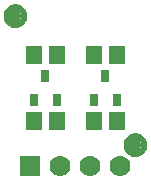
<source format=gbr>
G04 EAGLE Gerber RS-274X export*
G75*
%MOMM*%
%FSLAX34Y34*%
%LPD*%
%INSoldermask Top*%
%IPPOS*%
%AMOC8*
5,1,8,0,0,1.08239X$1,22.5*%
G01*
%ADD10R,0.736600X1.117600*%
%ADD11R,1.401600X1.601600*%
%ADD12R,1.778000X1.778000*%
%ADD13C,1.778000*%
%ADD14C,1.101600*%
%ADD15C,0.500000*%


D10*
X38100Y101440D03*
X47600Y81440D03*
X28600Y81440D03*
X88900Y101440D03*
X98400Y81440D03*
X79400Y81440D03*
D11*
X47600Y119380D03*
X28600Y119380D03*
X98400Y119380D03*
X79400Y119380D03*
D12*
X25400Y25400D03*
D13*
X50800Y25400D03*
X76200Y25400D03*
X101600Y25400D03*
D14*
X12700Y152400D03*
D15*
X12700Y159900D02*
X12519Y159898D01*
X12338Y159891D01*
X12157Y159880D01*
X11976Y159865D01*
X11796Y159845D01*
X11616Y159821D01*
X11437Y159793D01*
X11259Y159760D01*
X11082Y159723D01*
X10905Y159682D01*
X10730Y159637D01*
X10555Y159587D01*
X10382Y159533D01*
X10211Y159475D01*
X10040Y159413D01*
X9872Y159346D01*
X9705Y159276D01*
X9539Y159202D01*
X9376Y159123D01*
X9215Y159041D01*
X9055Y158955D01*
X8898Y158865D01*
X8743Y158771D01*
X8590Y158674D01*
X8440Y158572D01*
X8292Y158468D01*
X8146Y158359D01*
X8004Y158248D01*
X7864Y158132D01*
X7727Y158014D01*
X7592Y157892D01*
X7461Y157767D01*
X7333Y157639D01*
X7208Y157508D01*
X7086Y157373D01*
X6968Y157236D01*
X6852Y157096D01*
X6741Y156954D01*
X6632Y156808D01*
X6528Y156660D01*
X6426Y156510D01*
X6329Y156357D01*
X6235Y156202D01*
X6145Y156045D01*
X6059Y155885D01*
X5977Y155724D01*
X5898Y155561D01*
X5824Y155395D01*
X5754Y155228D01*
X5687Y155060D01*
X5625Y154889D01*
X5567Y154718D01*
X5513Y154545D01*
X5463Y154370D01*
X5418Y154195D01*
X5377Y154018D01*
X5340Y153841D01*
X5307Y153663D01*
X5279Y153484D01*
X5255Y153304D01*
X5235Y153124D01*
X5220Y152943D01*
X5209Y152762D01*
X5202Y152581D01*
X5200Y152400D01*
X12700Y159900D02*
X12881Y159898D01*
X13062Y159891D01*
X13243Y159880D01*
X13424Y159865D01*
X13604Y159845D01*
X13784Y159821D01*
X13963Y159793D01*
X14141Y159760D01*
X14318Y159723D01*
X14495Y159682D01*
X14670Y159637D01*
X14845Y159587D01*
X15018Y159533D01*
X15189Y159475D01*
X15360Y159413D01*
X15528Y159346D01*
X15695Y159276D01*
X15861Y159202D01*
X16024Y159123D01*
X16185Y159041D01*
X16345Y158955D01*
X16502Y158865D01*
X16657Y158771D01*
X16810Y158674D01*
X16960Y158572D01*
X17108Y158468D01*
X17254Y158359D01*
X17396Y158248D01*
X17536Y158132D01*
X17673Y158014D01*
X17808Y157892D01*
X17939Y157767D01*
X18067Y157639D01*
X18192Y157508D01*
X18314Y157373D01*
X18432Y157236D01*
X18548Y157096D01*
X18659Y156954D01*
X18768Y156808D01*
X18872Y156660D01*
X18974Y156510D01*
X19071Y156357D01*
X19165Y156202D01*
X19255Y156045D01*
X19341Y155885D01*
X19423Y155724D01*
X19502Y155561D01*
X19576Y155395D01*
X19646Y155228D01*
X19713Y155060D01*
X19775Y154889D01*
X19833Y154718D01*
X19887Y154545D01*
X19937Y154370D01*
X19982Y154195D01*
X20023Y154018D01*
X20060Y153841D01*
X20093Y153663D01*
X20121Y153484D01*
X20145Y153304D01*
X20165Y153124D01*
X20180Y152943D01*
X20191Y152762D01*
X20198Y152581D01*
X20200Y152400D01*
X20198Y152219D01*
X20191Y152038D01*
X20180Y151857D01*
X20165Y151676D01*
X20145Y151496D01*
X20121Y151316D01*
X20093Y151137D01*
X20060Y150959D01*
X20023Y150782D01*
X19982Y150605D01*
X19937Y150430D01*
X19887Y150255D01*
X19833Y150082D01*
X19775Y149911D01*
X19713Y149740D01*
X19646Y149572D01*
X19576Y149405D01*
X19502Y149239D01*
X19423Y149076D01*
X19341Y148915D01*
X19255Y148755D01*
X19165Y148598D01*
X19071Y148443D01*
X18974Y148290D01*
X18872Y148140D01*
X18768Y147992D01*
X18659Y147846D01*
X18548Y147704D01*
X18432Y147564D01*
X18314Y147427D01*
X18192Y147292D01*
X18067Y147161D01*
X17939Y147033D01*
X17808Y146908D01*
X17673Y146786D01*
X17536Y146668D01*
X17396Y146552D01*
X17254Y146441D01*
X17108Y146332D01*
X16960Y146228D01*
X16810Y146126D01*
X16657Y146029D01*
X16502Y145935D01*
X16345Y145845D01*
X16185Y145759D01*
X16024Y145677D01*
X15861Y145598D01*
X15695Y145524D01*
X15528Y145454D01*
X15360Y145387D01*
X15189Y145325D01*
X15018Y145267D01*
X14845Y145213D01*
X14670Y145163D01*
X14495Y145118D01*
X14318Y145077D01*
X14141Y145040D01*
X13963Y145007D01*
X13784Y144979D01*
X13604Y144955D01*
X13424Y144935D01*
X13243Y144920D01*
X13062Y144909D01*
X12881Y144902D01*
X12700Y144900D01*
X12519Y144902D01*
X12338Y144909D01*
X12157Y144920D01*
X11976Y144935D01*
X11796Y144955D01*
X11616Y144979D01*
X11437Y145007D01*
X11259Y145040D01*
X11082Y145077D01*
X10905Y145118D01*
X10730Y145163D01*
X10555Y145213D01*
X10382Y145267D01*
X10211Y145325D01*
X10040Y145387D01*
X9872Y145454D01*
X9705Y145524D01*
X9539Y145598D01*
X9376Y145677D01*
X9215Y145759D01*
X9055Y145845D01*
X8898Y145935D01*
X8743Y146029D01*
X8590Y146126D01*
X8440Y146228D01*
X8292Y146332D01*
X8146Y146441D01*
X8004Y146552D01*
X7864Y146668D01*
X7727Y146786D01*
X7592Y146908D01*
X7461Y147033D01*
X7333Y147161D01*
X7208Y147292D01*
X7086Y147427D01*
X6968Y147564D01*
X6852Y147704D01*
X6741Y147846D01*
X6632Y147992D01*
X6528Y148140D01*
X6426Y148290D01*
X6329Y148443D01*
X6235Y148598D01*
X6145Y148755D01*
X6059Y148915D01*
X5977Y149076D01*
X5898Y149239D01*
X5824Y149405D01*
X5754Y149572D01*
X5687Y149740D01*
X5625Y149911D01*
X5567Y150082D01*
X5513Y150255D01*
X5463Y150430D01*
X5418Y150605D01*
X5377Y150782D01*
X5340Y150959D01*
X5307Y151137D01*
X5279Y151316D01*
X5255Y151496D01*
X5235Y151676D01*
X5220Y151857D01*
X5209Y152038D01*
X5202Y152219D01*
X5200Y152400D01*
D14*
X114300Y43180D03*
D15*
X114300Y50680D02*
X114119Y50678D01*
X113938Y50671D01*
X113757Y50660D01*
X113576Y50645D01*
X113396Y50625D01*
X113216Y50601D01*
X113037Y50573D01*
X112859Y50540D01*
X112682Y50503D01*
X112505Y50462D01*
X112330Y50417D01*
X112155Y50367D01*
X111982Y50313D01*
X111811Y50255D01*
X111640Y50193D01*
X111472Y50126D01*
X111305Y50056D01*
X111139Y49982D01*
X110976Y49903D01*
X110815Y49821D01*
X110655Y49735D01*
X110498Y49645D01*
X110343Y49551D01*
X110190Y49454D01*
X110040Y49352D01*
X109892Y49248D01*
X109746Y49139D01*
X109604Y49028D01*
X109464Y48912D01*
X109327Y48794D01*
X109192Y48672D01*
X109061Y48547D01*
X108933Y48419D01*
X108808Y48288D01*
X108686Y48153D01*
X108568Y48016D01*
X108452Y47876D01*
X108341Y47734D01*
X108232Y47588D01*
X108128Y47440D01*
X108026Y47290D01*
X107929Y47137D01*
X107835Y46982D01*
X107745Y46825D01*
X107659Y46665D01*
X107577Y46504D01*
X107498Y46341D01*
X107424Y46175D01*
X107354Y46008D01*
X107287Y45840D01*
X107225Y45669D01*
X107167Y45498D01*
X107113Y45325D01*
X107063Y45150D01*
X107018Y44975D01*
X106977Y44798D01*
X106940Y44621D01*
X106907Y44443D01*
X106879Y44264D01*
X106855Y44084D01*
X106835Y43904D01*
X106820Y43723D01*
X106809Y43542D01*
X106802Y43361D01*
X106800Y43180D01*
X114300Y50680D02*
X114481Y50678D01*
X114662Y50671D01*
X114843Y50660D01*
X115024Y50645D01*
X115204Y50625D01*
X115384Y50601D01*
X115563Y50573D01*
X115741Y50540D01*
X115918Y50503D01*
X116095Y50462D01*
X116270Y50417D01*
X116445Y50367D01*
X116618Y50313D01*
X116789Y50255D01*
X116960Y50193D01*
X117128Y50126D01*
X117295Y50056D01*
X117461Y49982D01*
X117624Y49903D01*
X117785Y49821D01*
X117945Y49735D01*
X118102Y49645D01*
X118257Y49551D01*
X118410Y49454D01*
X118560Y49352D01*
X118708Y49248D01*
X118854Y49139D01*
X118996Y49028D01*
X119136Y48912D01*
X119273Y48794D01*
X119408Y48672D01*
X119539Y48547D01*
X119667Y48419D01*
X119792Y48288D01*
X119914Y48153D01*
X120032Y48016D01*
X120148Y47876D01*
X120259Y47734D01*
X120368Y47588D01*
X120472Y47440D01*
X120574Y47290D01*
X120671Y47137D01*
X120765Y46982D01*
X120855Y46825D01*
X120941Y46665D01*
X121023Y46504D01*
X121102Y46341D01*
X121176Y46175D01*
X121246Y46008D01*
X121313Y45840D01*
X121375Y45669D01*
X121433Y45498D01*
X121487Y45325D01*
X121537Y45150D01*
X121582Y44975D01*
X121623Y44798D01*
X121660Y44621D01*
X121693Y44443D01*
X121721Y44264D01*
X121745Y44084D01*
X121765Y43904D01*
X121780Y43723D01*
X121791Y43542D01*
X121798Y43361D01*
X121800Y43180D01*
X121798Y42999D01*
X121791Y42818D01*
X121780Y42637D01*
X121765Y42456D01*
X121745Y42276D01*
X121721Y42096D01*
X121693Y41917D01*
X121660Y41739D01*
X121623Y41562D01*
X121582Y41385D01*
X121537Y41210D01*
X121487Y41035D01*
X121433Y40862D01*
X121375Y40691D01*
X121313Y40520D01*
X121246Y40352D01*
X121176Y40185D01*
X121102Y40019D01*
X121023Y39856D01*
X120941Y39695D01*
X120855Y39535D01*
X120765Y39378D01*
X120671Y39223D01*
X120574Y39070D01*
X120472Y38920D01*
X120368Y38772D01*
X120259Y38626D01*
X120148Y38484D01*
X120032Y38344D01*
X119914Y38207D01*
X119792Y38072D01*
X119667Y37941D01*
X119539Y37813D01*
X119408Y37688D01*
X119273Y37566D01*
X119136Y37448D01*
X118996Y37332D01*
X118854Y37221D01*
X118708Y37112D01*
X118560Y37008D01*
X118410Y36906D01*
X118257Y36809D01*
X118102Y36715D01*
X117945Y36625D01*
X117785Y36539D01*
X117624Y36457D01*
X117461Y36378D01*
X117295Y36304D01*
X117128Y36234D01*
X116960Y36167D01*
X116789Y36105D01*
X116618Y36047D01*
X116445Y35993D01*
X116270Y35943D01*
X116095Y35898D01*
X115918Y35857D01*
X115741Y35820D01*
X115563Y35787D01*
X115384Y35759D01*
X115204Y35735D01*
X115024Y35715D01*
X114843Y35700D01*
X114662Y35689D01*
X114481Y35682D01*
X114300Y35680D01*
X114119Y35682D01*
X113938Y35689D01*
X113757Y35700D01*
X113576Y35715D01*
X113396Y35735D01*
X113216Y35759D01*
X113037Y35787D01*
X112859Y35820D01*
X112682Y35857D01*
X112505Y35898D01*
X112330Y35943D01*
X112155Y35993D01*
X111982Y36047D01*
X111811Y36105D01*
X111640Y36167D01*
X111472Y36234D01*
X111305Y36304D01*
X111139Y36378D01*
X110976Y36457D01*
X110815Y36539D01*
X110655Y36625D01*
X110498Y36715D01*
X110343Y36809D01*
X110190Y36906D01*
X110040Y37008D01*
X109892Y37112D01*
X109746Y37221D01*
X109604Y37332D01*
X109464Y37448D01*
X109327Y37566D01*
X109192Y37688D01*
X109061Y37813D01*
X108933Y37941D01*
X108808Y38072D01*
X108686Y38207D01*
X108568Y38344D01*
X108452Y38484D01*
X108341Y38626D01*
X108232Y38772D01*
X108128Y38920D01*
X108026Y39070D01*
X107929Y39223D01*
X107835Y39378D01*
X107745Y39535D01*
X107659Y39695D01*
X107577Y39856D01*
X107498Y40019D01*
X107424Y40185D01*
X107354Y40352D01*
X107287Y40520D01*
X107225Y40691D01*
X107167Y40862D01*
X107113Y41035D01*
X107063Y41210D01*
X107018Y41385D01*
X106977Y41562D01*
X106940Y41739D01*
X106907Y41917D01*
X106879Y42096D01*
X106855Y42276D01*
X106835Y42456D01*
X106820Y42637D01*
X106809Y42818D01*
X106802Y42999D01*
X106800Y43180D01*
D11*
X47600Y63500D03*
X28600Y63500D03*
X98400Y63500D03*
X79400Y63500D03*
M02*

</source>
